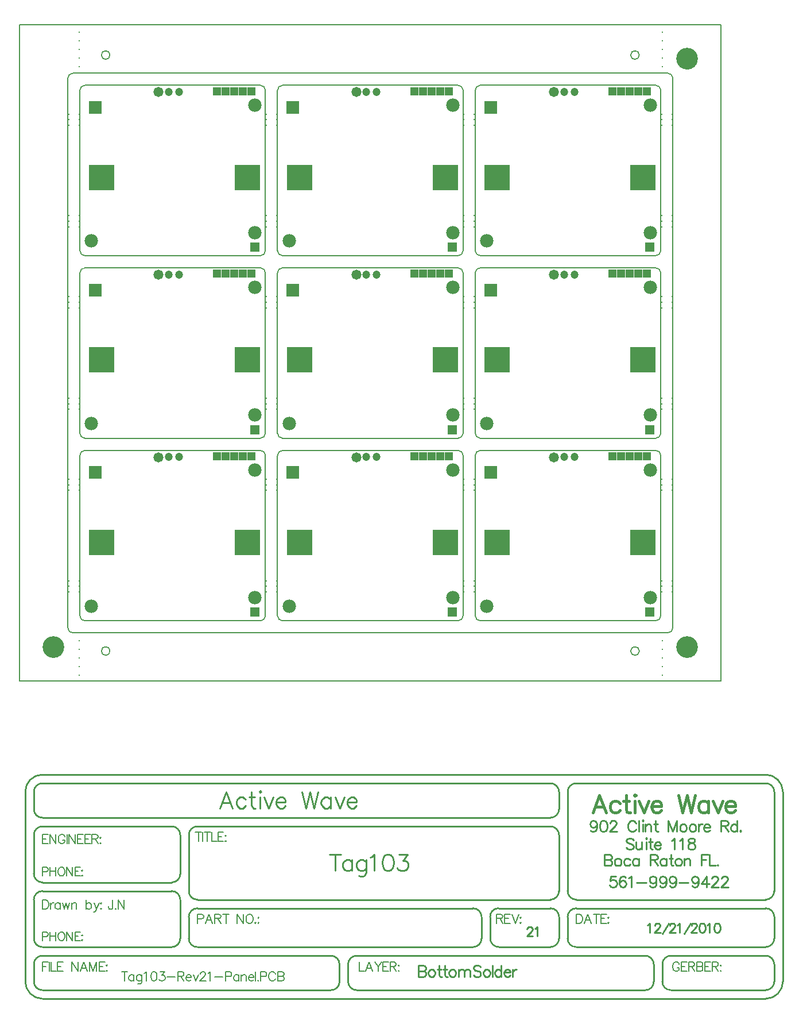
<source format=gbs>
%FSLAX24Y24*%
%MOIN*%
G70*
G01*
G75*
G04 Layer_Color=48896*
%ADD10C,0.0500*%
%ADD11C,0.0100*%
%ADD12C,0.0150*%
%ADD13R,0.0300X0.0300*%
%ADD14R,0.0740X0.0450*%
%ADD15R,0.0300X0.0300*%
%ADD16O,0.0240X0.0800*%
%ADD17R,0.0360X0.0500*%
%ADD18R,0.0360X0.0360*%
%ADD19R,0.0236X0.1000*%
%ADD20R,0.0236X0.0900*%
%ADD21R,0.0700X0.0236*%
%ADD22R,0.0900X0.0236*%
%ADD23O,0.0160X0.0600*%
%ADD24R,0.0138X0.0354*%
%ADD25R,0.0138X0.0354*%
%ADD26R,0.0236X0.0236*%
%ADD27O,0.0160X0.0600*%
%ADD28R,0.0200X0.0500*%
%ADD29R,0.0748X0.0433*%
%ADD30C,0.0120*%
%ADD31C,0.0080*%
%ADD32C,0.0250*%
%ADD33C,0.0200*%
%ADD34C,0.0120*%
%ADD35C,0.0160*%
%ADD36C,0.0140*%
%ADD37C,0.0260*%
%ADD38C,0.0060*%
%ADD39C,0.0050*%
%ADD40C,0.0090*%
%ADD41C,0.1180*%
%ADD42C,0.0700*%
%ADD43R,0.0500X0.0500*%
%ADD44R,0.0394X0.0433*%
%ADD45C,0.0650*%
%ADD46C,0.0394*%
%ADD47C,0.0200*%
%ADD48R,0.1398X0.1398*%
%ADD49C,0.0300*%
%ADD50R,0.0650X0.0650*%
%ADD51C,0.0098*%
%ADD52R,0.2730X0.0180*%
%ADD53C,0.1800*%
%ADD54R,0.0380X0.0380*%
%ADD55R,0.0820X0.0530*%
%ADD56R,0.0380X0.0380*%
%ADD57O,0.0320X0.0880*%
%ADD58R,0.0440X0.0580*%
%ADD59R,0.0440X0.0440*%
%ADD60R,0.0316X0.1080*%
%ADD61R,0.0316X0.0980*%
%ADD62R,0.0780X0.0316*%
%ADD63R,0.0980X0.0316*%
%ADD64O,0.0240X0.0680*%
%ADD65R,0.0218X0.0434*%
%ADD66R,0.0218X0.0434*%
%ADD67R,0.0316X0.0316*%
%ADD68O,0.0240X0.0680*%
%ADD69R,0.0280X0.0580*%
%ADD70R,0.0828X0.0513*%
%ADD71C,0.0080*%
%ADD72C,0.1260*%
%ADD73C,0.0780*%
%ADD74R,0.0580X0.0580*%
%ADD75R,0.0474X0.0513*%
%ADD76C,0.0730*%
%ADD77C,0.0474*%
%ADD78C,0.0580*%
%ADD79R,0.1478X0.1478*%
%ADD80R,0.0730X0.0730*%
D11*
X19000Y-20860D02*
Y-21500D01*
Y-20860D02*
X19274D01*
X19366Y-20891D01*
X19396Y-20921D01*
X19427Y-20982D01*
Y-21043D01*
X19396Y-21104D01*
X19366Y-21134D01*
X19274Y-21165D01*
X19000D02*
X19274D01*
X19366Y-21195D01*
X19396Y-21226D01*
X19427Y-21287D01*
Y-21378D01*
X19396Y-21439D01*
X19366Y-21470D01*
X19274Y-21500D01*
X19000D01*
X19722Y-21073D02*
X19661Y-21104D01*
X19600Y-21165D01*
X19570Y-21256D01*
Y-21317D01*
X19600Y-21409D01*
X19661Y-21470D01*
X19722Y-21500D01*
X19814D01*
X19874Y-21470D01*
X19935Y-21409D01*
X19966Y-21317D01*
Y-21256D01*
X19935Y-21165D01*
X19874Y-21104D01*
X19814Y-21073D01*
X19722D01*
X20197Y-20860D02*
Y-21378D01*
X20228Y-21470D01*
X20289Y-21500D01*
X20350D01*
X20106Y-21073D02*
X20319D01*
X20533Y-20860D02*
Y-21378D01*
X20563Y-21470D01*
X20624Y-21500D01*
X20685D01*
X20441Y-21073D02*
X20654D01*
X20929D02*
X20868Y-21104D01*
X20807Y-21165D01*
X20776Y-21256D01*
Y-21317D01*
X20807Y-21409D01*
X20868Y-21470D01*
X20929Y-21500D01*
X21020D01*
X21081Y-21470D01*
X21142Y-21409D01*
X21172Y-21317D01*
Y-21256D01*
X21142Y-21165D01*
X21081Y-21104D01*
X21020Y-21073D01*
X20929D01*
X21313D02*
Y-21500D01*
Y-21195D02*
X21404Y-21104D01*
X21465Y-21073D01*
X21556D01*
X21617Y-21104D01*
X21648Y-21195D01*
Y-21500D01*
Y-21195D02*
X21739Y-21104D01*
X21800Y-21073D01*
X21892D01*
X21953Y-21104D01*
X21983Y-21195D01*
Y-21500D01*
X22611Y-20952D02*
X22550Y-20891D01*
X22458Y-20860D01*
X22336D01*
X22245Y-20891D01*
X22184Y-20952D01*
Y-21012D01*
X22215Y-21073D01*
X22245Y-21104D01*
X22306Y-21134D01*
X22489Y-21195D01*
X22550Y-21226D01*
X22580Y-21256D01*
X22611Y-21317D01*
Y-21409D01*
X22550Y-21470D01*
X22458Y-21500D01*
X22336D01*
X22245Y-21470D01*
X22184Y-21409D01*
X22906Y-21073D02*
X22845Y-21104D01*
X22784Y-21165D01*
X22754Y-21256D01*
Y-21317D01*
X22784Y-21409D01*
X22845Y-21470D01*
X22906Y-21500D01*
X22998D01*
X23059Y-21470D01*
X23119Y-21409D01*
X23150Y-21317D01*
Y-21256D01*
X23119Y-21165D01*
X23059Y-21104D01*
X22998Y-21073D01*
X22906D01*
X23290Y-20860D02*
Y-21500D01*
X23790Y-20860D02*
Y-21500D01*
Y-21165D02*
X23729Y-21104D01*
X23668Y-21073D01*
X23577D01*
X23516Y-21104D01*
X23455Y-21165D01*
X23424Y-21256D01*
Y-21317D01*
X23455Y-21409D01*
X23516Y-21470D01*
X23577Y-21500D01*
X23668D01*
X23729Y-21470D01*
X23790Y-21409D01*
X23960Y-21256D02*
X24326D01*
Y-21195D01*
X24296Y-21134D01*
X24265Y-21104D01*
X24204Y-21073D01*
X24113D01*
X24052Y-21104D01*
X23991Y-21165D01*
X23960Y-21256D01*
Y-21317D01*
X23991Y-21409D01*
X24052Y-21470D01*
X24113Y-21500D01*
X24204D01*
X24265Y-21470D01*
X24326Y-21409D01*
X24463Y-21073D02*
Y-21500D01*
Y-21256D02*
X24494Y-21165D01*
X24555Y-21104D01*
X24616Y-21073D01*
X24707D01*
X14409Y-20782D02*
G03*
X13909Y-20282I-500J0D01*
G01*
X13921Y-22282D02*
G03*
X14409Y-21785I8J480D01*
G01*
X15409Y-20282D02*
G03*
X14909Y-20782I0J-500D01*
G01*
Y-21782D02*
G03*
X15400Y-22282I500J0D01*
G01*
X32659Y-20782D02*
G03*
X32159Y-20282I-500J0D01*
G01*
X32171Y-22282D02*
G03*
X32659Y-21785I8J480D01*
G01*
X33159Y-21792D02*
G03*
X33658Y-22282I490J0D01*
G01*
X33659Y-20282D02*
G03*
X33159Y-20782I0J-500D01*
G01*
X5159Y-13272D02*
G03*
X4669Y-12782I-490J0D01*
G01*
X4679Y-16032D02*
G03*
X5159Y-15552I0J480D01*
G01*
Y-17022D02*
G03*
X4652Y-16532I-490J0D01*
G01*
X5659Y-16542D02*
G03*
X6149Y-17032I490J0D01*
G01*
X5659Y-19292D02*
G03*
X6149Y-19782I490J0D01*
G01*
X4669D02*
G03*
X5159Y-19292I0J490D01*
G01*
X22659Y-18022D02*
G03*
X22169Y-17532I-490J0D01*
G01*
Y-19782D02*
G03*
X22659Y-19283I0J490D01*
G01*
X23159Y-19272D02*
G03*
X23660Y-19782I510J0D01*
G01*
X23639Y-17532D02*
G03*
X23160Y-18037I0J-480D01*
G01*
X6159Y-17532D02*
G03*
X5659Y-18032I0J-500D01*
G01*
X6159Y-12782D02*
G03*
X5659Y-13282I0J-500D01*
G01*
X-3341Y-19282D02*
G03*
X-2850Y-19782I500J0D01*
G01*
X-2841Y-16532D02*
G03*
X-3341Y-17032I0J-500D01*
G01*
Y-15532D02*
G03*
X-2841Y-16032I500J0D01*
G01*
Y-12782D02*
G03*
X-3341Y-13282I0J-500D01*
G01*
Y-11782D02*
G03*
X-2841Y-12282I500J0D01*
G01*
Y-10282D02*
G03*
X-3341Y-10782I0J-500D01*
G01*
X27159D02*
G03*
X26659Y-10282I-500J0D01*
G01*
X28159D02*
G03*
X27659Y-10782I0J-500D01*
G01*
X26659Y-12282D02*
G03*
X27159Y-11782I0J500D01*
G01*
Y-13282D02*
G03*
X26659Y-12782I-500J0D01*
G01*
X-2841Y-20282D02*
G03*
X-3341Y-20782I0J-500D01*
G01*
X26668Y-17032D02*
G03*
X27159Y-16532I-9J500D01*
G01*
X-3341Y-21782D02*
G03*
X-2850Y-22282I500J0D01*
G01*
X27159Y-18022D02*
G03*
X26669Y-17532I-490J0D01*
G01*
X27659Y-19292D02*
G03*
X28158Y-19782I490J0D01*
G01*
X26659Y-19782D02*
G03*
X27159Y-19282I0J500D01*
G01*
X39159Y-22282D02*
G03*
X39659Y-21782I0J500D01*
G01*
X39659Y-20773D02*
G03*
X39159Y-20282I-500J-9D01*
G01*
Y-19782D02*
G03*
X39659Y-19282I0J500D01*
G01*
Y-10772D02*
G03*
X39152Y-10282I-490J0D01*
G01*
X40159Y-10782D02*
G03*
X39159Y-9782I-1000J0D01*
G01*
Y-22782D02*
G03*
X40159Y-21782I0J1000D01*
G01*
X-3841Y-21772D02*
G03*
X-2848Y-22782I1010J0D01*
G01*
X-2841Y-9782D02*
G03*
X-3841Y-10782I0J-1000D01*
G01*
X27659Y-16532D02*
G03*
X28159Y-17032I500J0D01*
G01*
X39159D02*
G03*
X39659Y-16532I0J500D01*
G01*
X28159Y-17532D02*
G03*
X27659Y-18032I0J-500D01*
G01*
X39659Y-18022D02*
G03*
X39169Y-17532I-490J0D01*
G01*
X15409Y-22282D02*
X32159D01*
X-2841D02*
X13909D01*
X-2841Y-20282D02*
X13909D01*
X15409D02*
X32159D01*
X33659Y-22282D02*
X39159D01*
X33659Y-20282D02*
X39159D01*
X-2841Y-10282D02*
X26659D01*
X-2841Y-22782D02*
X39159D01*
X-2841Y-9782D02*
X39159D01*
X-2841Y-19782D02*
X4659D01*
X-2841Y-16532D02*
X4659D01*
X-2841Y-16032D02*
X4659D01*
X-2841Y-12782D02*
X4659D01*
X-2841Y-12282D02*
X26659D01*
X6159Y-12782D02*
X26659D01*
X6159Y-17532D02*
X22159D01*
X6159Y-19782D02*
X22159D01*
X23659D02*
X26659D01*
X23659Y-17532D02*
X26659D01*
X28159Y-19782D02*
X39159D01*
X28159Y-10282D02*
X39159D01*
X6159Y-17032D02*
X26659D01*
X28159D02*
X39159D01*
X28159Y-17532D02*
X39159D01*
X14409Y-21782D02*
Y-20782D01*
X14909Y-21782D02*
Y-20782D01*
X32659Y-21782D02*
Y-20782D01*
X33159Y-21782D02*
Y-20782D01*
X40159Y-21782D02*
Y-10782D01*
X-3341Y-19282D02*
Y-17032D01*
X5159Y-19282D02*
Y-17032D01*
X-3341Y-15532D02*
Y-13282D01*
X5159Y-15532D02*
Y-13282D01*
X-3341Y-11782D02*
Y-10782D01*
X27159Y-11782D02*
Y-10782D01*
Y-16532D02*
Y-13282D01*
X5659Y-16532D02*
Y-13282D01*
X22659Y-19282D02*
Y-18032D01*
X5659Y-19282D02*
Y-18032D01*
X23159Y-19282D02*
Y-18032D01*
X27159Y-19282D02*
Y-18032D01*
X39659Y-21782D02*
Y-20782D01*
X-3341Y-21782D02*
Y-20782D01*
X-3841Y-21782D02*
Y-10782D01*
X27659Y-16532D02*
Y-10782D01*
X39659Y-16532D02*
Y-10782D01*
X27659Y-19282D02*
Y-18032D01*
X39659Y-19282D02*
Y-18022D01*
X29810Y-14420D02*
Y-15060D01*
Y-14420D02*
X30084D01*
X30176Y-14451D01*
X30206Y-14481D01*
X30237Y-14542D01*
Y-14603D01*
X30206Y-14664D01*
X30176Y-14694D01*
X30084Y-14725D01*
X29810D02*
X30084D01*
X30176Y-14755D01*
X30206Y-14786D01*
X30237Y-14847D01*
Y-14938D01*
X30206Y-14999D01*
X30176Y-15030D01*
X30084Y-15060D01*
X29810D01*
X30532Y-14633D02*
X30471Y-14664D01*
X30410Y-14725D01*
X30380Y-14816D01*
Y-14877D01*
X30410Y-14969D01*
X30471Y-15030D01*
X30532Y-15060D01*
X30624D01*
X30684Y-15030D01*
X30745Y-14969D01*
X30776Y-14877D01*
Y-14816D01*
X30745Y-14725D01*
X30684Y-14664D01*
X30624Y-14633D01*
X30532D01*
X31282Y-14725D02*
X31221Y-14664D01*
X31160Y-14633D01*
X31068D01*
X31007Y-14664D01*
X30947Y-14725D01*
X30916Y-14816D01*
Y-14877D01*
X30947Y-14969D01*
X31007Y-15030D01*
X31068Y-15060D01*
X31160D01*
X31221Y-15030D01*
X31282Y-14969D01*
X31784Y-14633D02*
Y-15060D01*
Y-14725D02*
X31723Y-14664D01*
X31663Y-14633D01*
X31571D01*
X31510Y-14664D01*
X31449Y-14725D01*
X31419Y-14816D01*
Y-14877D01*
X31449Y-14969D01*
X31510Y-15030D01*
X31571Y-15060D01*
X31663D01*
X31723Y-15030D01*
X31784Y-14969D01*
X32458Y-14420D02*
Y-15060D01*
Y-14420D02*
X32732D01*
X32823Y-14451D01*
X32854Y-14481D01*
X32884Y-14542D01*
Y-14603D01*
X32854Y-14664D01*
X32823Y-14694D01*
X32732Y-14725D01*
X32458D01*
X32671D02*
X32884Y-15060D01*
X33393Y-14633D02*
Y-15060D01*
Y-14725D02*
X33332Y-14664D01*
X33271Y-14633D01*
X33180D01*
X33119Y-14664D01*
X33058Y-14725D01*
X33028Y-14816D01*
Y-14877D01*
X33058Y-14969D01*
X33119Y-15030D01*
X33180Y-15060D01*
X33271D01*
X33332Y-15030D01*
X33393Y-14969D01*
X33655Y-14420D02*
Y-14938D01*
X33686Y-15030D01*
X33747Y-15060D01*
X33808D01*
X33564Y-14633D02*
X33777D01*
X34051D02*
X33990Y-14664D01*
X33930Y-14725D01*
X33899Y-14816D01*
Y-14877D01*
X33930Y-14969D01*
X33990Y-15030D01*
X34051Y-15060D01*
X34143D01*
X34204Y-15030D01*
X34265Y-14969D01*
X34295Y-14877D01*
Y-14816D01*
X34265Y-14725D01*
X34204Y-14664D01*
X34143Y-14633D01*
X34051D01*
X34435D02*
Y-15060D01*
Y-14755D02*
X34527Y-14664D01*
X34588Y-14633D01*
X34679D01*
X34740Y-14664D01*
X34770Y-14755D01*
Y-15060D01*
X35441Y-14420D02*
Y-15060D01*
Y-14420D02*
X35837D01*
X35441Y-14725D02*
X35685D01*
X35910Y-14420D02*
Y-15060D01*
X36276D01*
X36376Y-14999D02*
X36346Y-15030D01*
X36376Y-15060D01*
X36407Y-15030D01*
X36376Y-14999D01*
X29346Y-12663D02*
X29316Y-12755D01*
X29255Y-12816D01*
X29163Y-12846D01*
X29133D01*
X29041Y-12816D01*
X28980Y-12755D01*
X28950Y-12663D01*
Y-12633D01*
X28980Y-12542D01*
X29041Y-12481D01*
X29133Y-12450D01*
X29163D01*
X29255Y-12481D01*
X29316Y-12542D01*
X29346Y-12663D01*
Y-12816D01*
X29316Y-12968D01*
X29255Y-13060D01*
X29163Y-13090D01*
X29102D01*
X29011Y-13060D01*
X28980Y-12999D01*
X29703Y-12450D02*
X29611Y-12481D01*
X29550Y-12572D01*
X29520Y-12724D01*
Y-12816D01*
X29550Y-12968D01*
X29611Y-13060D01*
X29703Y-13090D01*
X29764D01*
X29855Y-13060D01*
X29916Y-12968D01*
X29946Y-12816D01*
Y-12724D01*
X29916Y-12572D01*
X29855Y-12481D01*
X29764Y-12450D01*
X29703D01*
X30120Y-12602D02*
Y-12572D01*
X30150Y-12511D01*
X30181Y-12481D01*
X30242Y-12450D01*
X30364D01*
X30425Y-12481D01*
X30455Y-12511D01*
X30486Y-12572D01*
Y-12633D01*
X30455Y-12694D01*
X30394Y-12785D01*
X30090Y-13090D01*
X30516D01*
X31619Y-12602D02*
X31589Y-12542D01*
X31528Y-12481D01*
X31467Y-12450D01*
X31345D01*
X31284Y-12481D01*
X31223Y-12542D01*
X31193Y-12602D01*
X31162Y-12694D01*
Y-12846D01*
X31193Y-12938D01*
X31223Y-12999D01*
X31284Y-13060D01*
X31345Y-13090D01*
X31467D01*
X31528Y-13060D01*
X31589Y-12999D01*
X31619Y-12938D01*
X31799Y-12450D02*
Y-13090D01*
X31994Y-12450D02*
X32024Y-12481D01*
X32055Y-12450D01*
X32024Y-12420D01*
X31994Y-12450D01*
X32024Y-12663D02*
Y-13090D01*
X32168Y-12663D02*
Y-13090D01*
Y-12785D02*
X32259Y-12694D01*
X32320Y-12663D01*
X32411D01*
X32472Y-12694D01*
X32503Y-12785D01*
Y-13090D01*
X32762Y-12450D02*
Y-12968D01*
X32792Y-13060D01*
X32853Y-13090D01*
X32914D01*
X32670Y-12663D02*
X32884D01*
X33508Y-12450D02*
Y-13090D01*
Y-12450D02*
X33752Y-13090D01*
X33996Y-12450D02*
X33752Y-13090D01*
X33996Y-12450D02*
Y-13090D01*
X34331Y-12663D02*
X34270Y-12694D01*
X34209Y-12755D01*
X34179Y-12846D01*
Y-12907D01*
X34209Y-12999D01*
X34270Y-13060D01*
X34331Y-13090D01*
X34422D01*
X34483Y-13060D01*
X34544Y-12999D01*
X34575Y-12907D01*
Y-12846D01*
X34544Y-12755D01*
X34483Y-12694D01*
X34422Y-12663D01*
X34331D01*
X34867D02*
X34806Y-12694D01*
X34745Y-12755D01*
X34715Y-12846D01*
Y-12907D01*
X34745Y-12999D01*
X34806Y-13060D01*
X34867Y-13090D01*
X34959D01*
X35020Y-13060D01*
X35080Y-12999D01*
X35111Y-12907D01*
Y-12846D01*
X35080Y-12755D01*
X35020Y-12694D01*
X34959Y-12663D01*
X34867D01*
X35251D02*
Y-13090D01*
Y-12846D02*
X35282Y-12755D01*
X35343Y-12694D01*
X35403Y-12663D01*
X35495D01*
X35553Y-12846D02*
X35918D01*
Y-12785D01*
X35888Y-12724D01*
X35857Y-12694D01*
X35797Y-12663D01*
X35705D01*
X35644Y-12694D01*
X35583Y-12755D01*
X35553Y-12846D01*
Y-12907D01*
X35583Y-12999D01*
X35644Y-13060D01*
X35705Y-13090D01*
X35797D01*
X35857Y-13060D01*
X35918Y-12999D01*
X36558Y-12450D02*
Y-13090D01*
Y-12450D02*
X36832D01*
X36924Y-12481D01*
X36954Y-12511D01*
X36985Y-12572D01*
Y-12633D01*
X36954Y-12694D01*
X36924Y-12724D01*
X36832Y-12755D01*
X36558D01*
X36772D02*
X36985Y-13090D01*
X37494Y-12450D02*
Y-13090D01*
Y-12755D02*
X37433Y-12694D01*
X37372Y-12663D01*
X37280D01*
X37219Y-12694D01*
X37159Y-12755D01*
X37128Y-12846D01*
Y-12907D01*
X37159Y-12999D01*
X37219Y-13060D01*
X37280Y-13090D01*
X37372D01*
X37433Y-13060D01*
X37494Y-12999D01*
X37695Y-13029D02*
X37664Y-13060D01*
X37695Y-13090D01*
X37725Y-13060D01*
X37695Y-13029D01*
X30466Y-15670D02*
X30161D01*
X30130Y-15944D01*
X30161Y-15914D01*
X30252Y-15883D01*
X30344D01*
X30435Y-15914D01*
X30496Y-15975D01*
X30527Y-16066D01*
Y-16127D01*
X30496Y-16219D01*
X30435Y-16280D01*
X30344Y-16310D01*
X30252D01*
X30161Y-16280D01*
X30130Y-16249D01*
X30100Y-16188D01*
X31035Y-15762D02*
X31005Y-15701D01*
X30914Y-15670D01*
X30853D01*
X30761Y-15701D01*
X30700Y-15792D01*
X30670Y-15944D01*
Y-16097D01*
X30700Y-16219D01*
X30761Y-16280D01*
X30853Y-16310D01*
X30883D01*
X30974Y-16280D01*
X31035Y-16219D01*
X31066Y-16127D01*
Y-16097D01*
X31035Y-16005D01*
X30974Y-15944D01*
X30883Y-15914D01*
X30853D01*
X30761Y-15944D01*
X30700Y-16005D01*
X30670Y-16097D01*
X31206Y-15792D02*
X31267Y-15762D01*
X31358Y-15670D01*
Y-16310D01*
X31675Y-16036D02*
X32224D01*
X32809Y-15883D02*
X32778Y-15975D01*
X32717Y-16036D01*
X32626Y-16066D01*
X32595D01*
X32504Y-16036D01*
X32443Y-15975D01*
X32413Y-15883D01*
Y-15853D01*
X32443Y-15762D01*
X32504Y-15701D01*
X32595Y-15670D01*
X32626D01*
X32717Y-15701D01*
X32778Y-15762D01*
X32809Y-15883D01*
Y-16036D01*
X32778Y-16188D01*
X32717Y-16280D01*
X32626Y-16310D01*
X32565D01*
X32474Y-16280D01*
X32443Y-16219D01*
X33379Y-15883D02*
X33348Y-15975D01*
X33287Y-16036D01*
X33196Y-16066D01*
X33165D01*
X33074Y-16036D01*
X33013Y-15975D01*
X32982Y-15883D01*
Y-15853D01*
X33013Y-15762D01*
X33074Y-15701D01*
X33165Y-15670D01*
X33196D01*
X33287Y-15701D01*
X33348Y-15762D01*
X33379Y-15883D01*
Y-16036D01*
X33348Y-16188D01*
X33287Y-16280D01*
X33196Y-16310D01*
X33135D01*
X33043Y-16280D01*
X33013Y-16219D01*
X33948Y-15883D02*
X33918Y-15975D01*
X33857Y-16036D01*
X33765Y-16066D01*
X33735D01*
X33644Y-16036D01*
X33583Y-15975D01*
X33552Y-15883D01*
Y-15853D01*
X33583Y-15762D01*
X33644Y-15701D01*
X33735Y-15670D01*
X33765D01*
X33857Y-15701D01*
X33918Y-15762D01*
X33948Y-15883D01*
Y-16036D01*
X33918Y-16188D01*
X33857Y-16280D01*
X33765Y-16310D01*
X33705D01*
X33613Y-16280D01*
X33583Y-16219D01*
X34122Y-16036D02*
X34670D01*
X35255Y-15883D02*
X35225Y-15975D01*
X35164Y-16036D01*
X35073Y-16066D01*
X35042D01*
X34951Y-16036D01*
X34890Y-15975D01*
X34859Y-15883D01*
Y-15853D01*
X34890Y-15762D01*
X34951Y-15701D01*
X35042Y-15670D01*
X35073D01*
X35164Y-15701D01*
X35225Y-15762D01*
X35255Y-15883D01*
Y-16036D01*
X35225Y-16188D01*
X35164Y-16280D01*
X35073Y-16310D01*
X35012D01*
X34920Y-16280D01*
X34890Y-16219D01*
X35734Y-15670D02*
X35429Y-16097D01*
X35886D01*
X35734Y-15670D02*
Y-16310D01*
X36029Y-15822D02*
Y-15792D01*
X36060Y-15731D01*
X36090Y-15701D01*
X36151Y-15670D01*
X36273D01*
X36334Y-15701D01*
X36365Y-15731D01*
X36395Y-15792D01*
Y-15853D01*
X36365Y-15914D01*
X36304Y-16005D01*
X35999Y-16310D01*
X36425D01*
X36599Y-15822D02*
Y-15792D01*
X36630Y-15731D01*
X36660Y-15701D01*
X36721Y-15670D01*
X36843D01*
X36904Y-15701D01*
X36934Y-15731D01*
X36965Y-15792D01*
Y-15853D01*
X36934Y-15914D01*
X36873Y-16005D01*
X36569Y-16310D01*
X36995D01*
X31487Y-13572D02*
X31426Y-13511D01*
X31334Y-13480D01*
X31212D01*
X31121Y-13511D01*
X31060Y-13572D01*
Y-13632D01*
X31090Y-13693D01*
X31121Y-13724D01*
X31182Y-13754D01*
X31365Y-13815D01*
X31426Y-13846D01*
X31456Y-13876D01*
X31487Y-13937D01*
Y-14029D01*
X31426Y-14090D01*
X31334Y-14120D01*
X31212D01*
X31121Y-14090D01*
X31060Y-14029D01*
X31630Y-13693D02*
Y-13998D01*
X31660Y-14090D01*
X31721Y-14120D01*
X31813D01*
X31874Y-14090D01*
X31965Y-13998D01*
Y-13693D02*
Y-14120D01*
X32193Y-13480D02*
X32224Y-13511D01*
X32254Y-13480D01*
X32224Y-13450D01*
X32193Y-13480D01*
X32224Y-13693D02*
Y-14120D01*
X32459Y-13480D02*
Y-13998D01*
X32489Y-14090D01*
X32550Y-14120D01*
X32611D01*
X32367Y-13693D02*
X32580D01*
X32702Y-13876D02*
X33068D01*
Y-13815D01*
X33037Y-13754D01*
X33007Y-13724D01*
X32946Y-13693D01*
X32855D01*
X32794Y-13724D01*
X32733Y-13785D01*
X32702Y-13876D01*
Y-13937D01*
X32733Y-14029D01*
X32794Y-14090D01*
X32855Y-14120D01*
X32946D01*
X33007Y-14090D01*
X33068Y-14029D01*
X33708Y-13602D02*
X33769Y-13572D01*
X33860Y-13480D01*
Y-14120D01*
X34177Y-13602D02*
X34238Y-13572D01*
X34329Y-13480D01*
Y-14120D01*
X34799Y-13480D02*
X34707Y-13511D01*
X34677Y-13572D01*
Y-13632D01*
X34707Y-13693D01*
X34768Y-13724D01*
X34890Y-13754D01*
X34981Y-13785D01*
X35042Y-13846D01*
X35073Y-13907D01*
Y-13998D01*
X35042Y-14059D01*
X35012Y-14090D01*
X34920Y-14120D01*
X34799D01*
X34707Y-14090D01*
X34677Y-14059D01*
X34646Y-13998D01*
Y-13907D01*
X34677Y-13846D01*
X34738Y-13785D01*
X34829Y-13754D01*
X34951Y-13724D01*
X35012Y-13693D01*
X35042Y-13632D01*
Y-13572D01*
X35012Y-13511D01*
X34920Y-13480D01*
X34799D01*
D12*
X29892Y-11980D02*
X29511Y-10980D01*
X29130Y-11980D01*
X29273Y-11647D02*
X29749D01*
X30696Y-11456D02*
X30601Y-11361D01*
X30506Y-11313D01*
X30363D01*
X30268Y-11361D01*
X30173Y-11456D01*
X30125Y-11599D01*
Y-11694D01*
X30173Y-11837D01*
X30268Y-11932D01*
X30363Y-11980D01*
X30506D01*
X30601Y-11932D01*
X30696Y-11837D01*
X31053Y-10980D02*
Y-11790D01*
X31101Y-11932D01*
X31196Y-11980D01*
X31291D01*
X30911Y-11313D02*
X31244D01*
X31529Y-10980D02*
X31577Y-11028D01*
X31625Y-10980D01*
X31577Y-10933D01*
X31529Y-10980D01*
X31577Y-11313D02*
Y-11980D01*
X31801Y-11313D02*
X32087Y-11980D01*
X32372Y-11313D02*
X32087Y-11980D01*
X32534Y-11599D02*
X33105D01*
Y-11504D01*
X33058Y-11409D01*
X33010Y-11361D01*
X32915Y-11313D01*
X32772D01*
X32677Y-11361D01*
X32582Y-11456D01*
X32534Y-11599D01*
Y-11694D01*
X32582Y-11837D01*
X32677Y-11932D01*
X32772Y-11980D01*
X32915D01*
X33010Y-11932D01*
X33105Y-11837D01*
X34105Y-10980D02*
X34343Y-11980D01*
X34581Y-10980D02*
X34343Y-11980D01*
X34581Y-10980D02*
X34819Y-11980D01*
X35057Y-10980D02*
X34819Y-11980D01*
X35829Y-11313D02*
Y-11980D01*
Y-11456D02*
X35733Y-11361D01*
X35638Y-11313D01*
X35495D01*
X35400Y-11361D01*
X35305Y-11456D01*
X35257Y-11599D01*
Y-11694D01*
X35305Y-11837D01*
X35400Y-11932D01*
X35495Y-11980D01*
X35638D01*
X35733Y-11932D01*
X35829Y-11837D01*
X36095Y-11313D02*
X36381Y-11980D01*
X36666Y-11313D02*
X36381Y-11980D01*
X36828Y-11599D02*
X37400D01*
Y-11504D01*
X37352Y-11409D01*
X37304Y-11361D01*
X37209Y-11313D01*
X37066D01*
X36971Y-11361D01*
X36876Y-11456D01*
X36828Y-11599D01*
Y-11694D01*
X36876Y-11837D01*
X36971Y-11932D01*
X37066Y-11980D01*
X37209D01*
X37304Y-11932D01*
X37400Y-11837D01*
D31*
X-370Y9030D02*
G03*
X-670Y8730I0J-300D01*
G01*
X10110D02*
G03*
X9810Y9030I-300J0D01*
G01*
Y-860D02*
G03*
X10110Y-560I0J300D01*
G01*
X-670D02*
G03*
X-370Y-860I300J0D01*
G01*
X-670Y-560D02*
Y8730D01*
X-370Y9030D02*
X9810D01*
X10110Y-560D02*
Y8730D01*
X-370Y-860D02*
X9810D01*
X11110Y9030D02*
G03*
X10810Y8730I0J-300D01*
G01*
X21590D02*
G03*
X21290Y9030I-300J0D01*
G01*
Y-860D02*
G03*
X21590Y-560I0J300D01*
G01*
X10810D02*
G03*
X11110Y-860I300J0D01*
G01*
X10810Y-560D02*
Y8730D01*
X11110Y9030D02*
X21290D01*
X21590Y-560D02*
Y8730D01*
X11110Y-860D02*
X21290D01*
X22590Y9030D02*
G03*
X22290Y8730I0J-300D01*
G01*
X33070D02*
G03*
X32770Y9030I-300J0D01*
G01*
Y-860D02*
G03*
X33070Y-560I0J300D01*
G01*
X22290D02*
G03*
X22590Y-860I300J0D01*
G01*
X22290Y-560D02*
Y8730D01*
X22590Y9030D02*
X32770D01*
X33070Y-560D02*
Y8730D01*
X22590Y-860D02*
X32770D01*
X-370Y19620D02*
G03*
X-670Y19320I0J-300D01*
G01*
X10110D02*
G03*
X9810Y19620I-300J0D01*
G01*
Y9730D02*
G03*
X10110Y10030I0J300D01*
G01*
X-670D02*
G03*
X-370Y9730I300J0D01*
G01*
X-670Y10030D02*
Y19320D01*
X-370Y19620D02*
X9810D01*
X10110Y10030D02*
Y19320D01*
X-370Y9730D02*
X9810D01*
X11110Y19620D02*
G03*
X10810Y19320I0J-300D01*
G01*
X21590D02*
G03*
X21290Y19620I-300J0D01*
G01*
Y9730D02*
G03*
X21590Y10030I0J300D01*
G01*
X10810D02*
G03*
X11110Y9730I300J0D01*
G01*
X10810Y10030D02*
Y19320D01*
X11110Y19620D02*
X21290D01*
X21590Y10030D02*
Y19320D01*
X11110Y9730D02*
X21290D01*
X22590Y19620D02*
G03*
X22290Y19320I0J-300D01*
G01*
X33070D02*
G03*
X32770Y19620I-300J0D01*
G01*
Y9730D02*
G03*
X33070Y10030I0J300D01*
G01*
X22290D02*
G03*
X22590Y9730I300J0D01*
G01*
X22290Y10030D02*
Y19320D01*
X22590Y19620D02*
X32770D01*
X33070Y10030D02*
Y19320D01*
X22590Y9730D02*
X32770D01*
X-370Y30210D02*
G03*
X-670Y29910I0J-300D01*
G01*
X10110D02*
G03*
X9810Y30210I-300J0D01*
G01*
Y20320D02*
G03*
X10110Y20620I0J300D01*
G01*
X-670D02*
G03*
X-370Y20320I300J0D01*
G01*
X-670Y20620D02*
Y29910D01*
X-370Y30210D02*
X9810D01*
X10110Y20620D02*
Y29910D01*
X-370Y20320D02*
X9810D01*
X11110Y30210D02*
G03*
X10810Y29910I0J-300D01*
G01*
X21590D02*
G03*
X21290Y30210I-300J0D01*
G01*
Y20320D02*
G03*
X21590Y20620I0J300D01*
G01*
X10810D02*
G03*
X11110Y20320I300J0D01*
G01*
X10810Y20620D02*
Y29910D01*
X11110Y30210D02*
X21290D01*
X21590Y20620D02*
Y29910D01*
X11110Y20320D02*
X21290D01*
X22590Y30210D02*
G03*
X22290Y29910I0J-300D01*
G01*
X33070D02*
G03*
X32770Y30210I-300J0D01*
G01*
Y20320D02*
G03*
X33070Y20620I0J300D01*
G01*
X22290D02*
G03*
X22590Y20320I300J0D01*
G01*
X22290Y20620D02*
Y29910D01*
X22590Y30210D02*
X32770D01*
X33070Y20620D02*
Y29910D01*
X22590Y20320D02*
X32770D01*
X1243Y-17059D02*
Y-17465D01*
X1217Y-17542D01*
X1192Y-17567D01*
X1141Y-17592D01*
X1090D01*
X1040Y-17567D01*
X1014Y-17542D01*
X989Y-17465D01*
Y-17415D01*
X1405Y-17542D02*
X1380Y-17567D01*
X1405Y-17592D01*
X1431Y-17567D01*
X1405Y-17542D01*
X1547Y-17059D02*
Y-17592D01*
Y-17059D02*
X1903Y-17592D01*
Y-17059D02*
Y-17592D01*
D39*
X11110Y9030D02*
G03*
X10810Y8730I0J-300D01*
G01*
X10110D02*
G03*
X9810Y9030I-300J0D01*
G01*
Y9730D02*
G03*
X10110Y10030I0J300D01*
G01*
X10810D02*
G03*
X11110Y9730I300J0D01*
G01*
X21590Y8730D02*
G03*
X21290Y9030I-300J0D01*
G01*
X22590D02*
G03*
X22290Y8730I0J-300D01*
G01*
Y10030D02*
G03*
X22590Y9730I300J0D01*
G01*
X21290D02*
G03*
X21590Y10030I0J300D01*
G01*
X33070Y8730D02*
G03*
X32770Y9030I-300J0D01*
G01*
Y9730D02*
G03*
X33070Y10030I0J300D01*
G01*
X33470Y-1560D02*
G03*
X33770Y-1260I0J300D01*
G01*
X32770Y-860D02*
G03*
X33070Y-560I0J300D01*
G01*
X22290D02*
G03*
X22590Y-860I300J0D01*
G01*
X21290D02*
G03*
X21590Y-560I0J300D01*
G01*
X10810D02*
G03*
X11110Y-860I300J0D01*
G01*
X9810D02*
G03*
X10110Y-560I0J300D01*
G01*
X-1370Y-1260D02*
G03*
X-1070Y-1560I300J0D01*
G01*
X-670Y-560D02*
G03*
X-370Y-860I300J0D01*
G01*
Y9030D02*
G03*
X-670Y8730I0J-300D01*
G01*
Y10030D02*
G03*
X-370Y9730I300J0D01*
G01*
Y19620D02*
G03*
X-670Y19320I0J-300D01*
G01*
Y20620D02*
G03*
X-370Y20320I300J0D01*
G01*
X22590Y30210D02*
G03*
X22290Y29910I0J-300D01*
G01*
X21590D02*
G03*
X21290Y30210I-300J0D01*
G01*
X33070Y29910D02*
G03*
X32770Y30210I-300J0D01*
G01*
X33770Y30610D02*
G03*
X33470Y30910I-300J0D01*
G01*
X33070Y19320D02*
G03*
X32770Y19620I-300J0D01*
G01*
Y20320D02*
G03*
X33070Y20620I0J300D01*
G01*
X22590Y19620D02*
G03*
X22290Y19320I0J-300D01*
G01*
X21590D02*
G03*
X21290Y19620I-300J0D01*
G01*
Y20320D02*
G03*
X21590Y20620I0J300D01*
G01*
X22290D02*
G03*
X22590Y20320I300J0D01*
G01*
X10110Y19320D02*
G03*
X9810Y19620I-300J0D01*
G01*
X11110D02*
G03*
X10810Y19320I0J-300D01*
G01*
Y20620D02*
G03*
X11110Y20320I300J0D01*
G01*
X9810D02*
G03*
X10110Y20620I0J300D01*
G01*
X11110Y30210D02*
G03*
X10810Y29910I0J-300D01*
G01*
X10110D02*
G03*
X9810Y30210I-300J0D01*
G01*
X-370D02*
G03*
X-670Y29910I0J-300D01*
G01*
X-1070Y30910D02*
G03*
X-1370Y30610I0J-300D01*
G01*
X97Y0D02*
G03*
X97Y0I-97J0D01*
G01*
X31820Y-2610D02*
G03*
X31820Y-2610I-250J0D01*
G01*
X1080D02*
G03*
X1080Y-2610I-250J0D01*
G01*
X31820Y31960D02*
G03*
X31820Y31960I-250J0D01*
G01*
X1080D02*
G03*
X1080Y31960I-250J0D01*
G01*
X35190Y31740D02*
G03*
X35190Y31740I-590J0D01*
G01*
Y-2390D02*
G03*
X35190Y-2390I-590J0D01*
G01*
X-1610D02*
G03*
X-1610Y-2390I-590J0D01*
G01*
X-370Y9030D02*
X9810D01*
X-670Y-560D02*
Y8730D01*
X-370Y9730D02*
X9810D01*
X22590Y-860D02*
X32770D01*
X11110D02*
X21290D01*
X10810Y-560D02*
Y8730D01*
X11110Y9030D02*
X21290D01*
X10110Y-560D02*
Y8730D01*
X11110Y9730D02*
X21290D01*
X22590Y9030D02*
X32770D01*
X21590Y-560D02*
Y8730D01*
X22590Y9730D02*
X32770D01*
X22290Y-560D02*
Y8730D01*
X33070Y10030D02*
Y19320D01*
Y20620D02*
Y29910D01*
X22290Y10030D02*
Y19320D01*
X22590Y19620D02*
X32770D01*
X22590Y20320D02*
X32770D01*
X21590Y10030D02*
Y19320D01*
X10110Y10030D02*
Y19320D01*
X11110Y19620D02*
X21290D01*
X10810Y10030D02*
Y19320D01*
X11110Y30210D02*
X21290D01*
X22290Y20620D02*
Y29910D01*
X21590Y20620D02*
Y29910D01*
X10810Y20620D02*
Y29910D01*
X10110Y20620D02*
Y29910D01*
X-370Y19620D02*
X9810D01*
X-670Y10030D02*
Y19320D01*
X-370Y20320D02*
X9810D01*
X11110D02*
X21290D01*
X-370Y30210D02*
X9810D01*
X33770Y-1260D02*
Y30610D01*
X-1370Y-1260D02*
Y30610D01*
X-1070Y-1560D02*
X33470D01*
X-1070Y30910D02*
X33470D01*
X33070Y-560D02*
Y8730D01*
X22590Y30210D02*
X32770D01*
X-370Y-860D02*
X9810D01*
X-670Y20620D02*
Y29910D01*
X-4170Y-4360D02*
Y33710D01*
X36570D01*
Y-4360D02*
Y33710D01*
X-4170Y-4360D02*
X36570D01*
X34140Y-20776D02*
X34115Y-20725D01*
X34064Y-20674D01*
X34013Y-20649D01*
X33912D01*
X33861Y-20674D01*
X33810Y-20725D01*
X33785Y-20776D01*
X33759Y-20852D01*
Y-20979D01*
X33785Y-21055D01*
X33810Y-21106D01*
X33861Y-21156D01*
X33912Y-21182D01*
X34013D01*
X34064Y-21156D01*
X34115Y-21106D01*
X34140Y-21055D01*
Y-20979D01*
X34013D02*
X34140D01*
X34592Y-20649D02*
X34262D01*
Y-21182D01*
X34592D01*
X34262Y-20902D02*
X34465D01*
X34681Y-20649D02*
Y-21182D01*
Y-20649D02*
X34909D01*
X34986Y-20674D01*
X35011Y-20699D01*
X35036Y-20750D01*
Y-20801D01*
X35011Y-20852D01*
X34986Y-20877D01*
X34909Y-20902D01*
X34681D01*
X34859D02*
X35036Y-21182D01*
X35156Y-20649D02*
Y-21182D01*
Y-20649D02*
X35384D01*
X35460Y-20674D01*
X35486Y-20699D01*
X35511Y-20750D01*
Y-20801D01*
X35486Y-20852D01*
X35460Y-20877D01*
X35384Y-20902D01*
X35156D02*
X35384D01*
X35460Y-20928D01*
X35486Y-20953D01*
X35511Y-21004D01*
Y-21080D01*
X35486Y-21131D01*
X35460Y-21156D01*
X35384Y-21182D01*
X35156D01*
X35961Y-20649D02*
X35631D01*
Y-21182D01*
X35961D01*
X35631Y-20902D02*
X35834D01*
X36050Y-20649D02*
Y-21182D01*
Y-20649D02*
X36278D01*
X36354Y-20674D01*
X36380Y-20699D01*
X36405Y-20750D01*
Y-20801D01*
X36380Y-20852D01*
X36354Y-20877D01*
X36278Y-20902D01*
X36050D01*
X36227D02*
X36405Y-21182D01*
X36550Y-20826D02*
X36524Y-20852D01*
X36550Y-20877D01*
X36575Y-20852D01*
X36550Y-20826D01*
Y-21131D02*
X36524Y-21156D01*
X36550Y-21182D01*
X36575Y-21156D01*
X36550Y-21131D01*
X-2841Y-20649D02*
Y-21182D01*
Y-20649D02*
X-2511D01*
X-2841Y-20902D02*
X-2638D01*
X-2450Y-20649D02*
Y-21182D01*
X-2338Y-20649D02*
Y-21182D01*
X-2033D01*
X-1645Y-20649D02*
X-1975D01*
Y-21182D01*
X-1645D01*
X-1975Y-20902D02*
X-1772D01*
X-1137Y-20649D02*
Y-21182D01*
Y-20649D02*
X-782Y-21182D01*
Y-20649D02*
Y-21182D01*
X-228D02*
X-431Y-20649D01*
X-634Y-21182D01*
X-558Y-21004D02*
X-304D01*
X-104Y-20649D02*
Y-21182D01*
Y-20649D02*
X100Y-21182D01*
X303Y-20649D02*
X100Y-21182D01*
X303Y-20649D02*
Y-21182D01*
X785Y-20649D02*
X455D01*
Y-21182D01*
X785D01*
X455Y-20902D02*
X658D01*
X899Y-20826D02*
X874Y-20852D01*
X899Y-20877D01*
X925Y-20852D01*
X899Y-20826D01*
Y-21131D02*
X874Y-21156D01*
X899Y-21182D01*
X925Y-21156D01*
X899Y-21131D01*
X-2841Y-17049D02*
Y-17582D01*
Y-17049D02*
X-2663D01*
X-2587Y-17074D01*
X-2536Y-17125D01*
X-2511Y-17176D01*
X-2485Y-17252D01*
Y-17379D01*
X-2511Y-17455D01*
X-2536Y-17506D01*
X-2587Y-17556D01*
X-2663Y-17582D01*
X-2841D01*
X-2366Y-17226D02*
Y-17582D01*
Y-17379D02*
X-2341Y-17302D01*
X-2290Y-17252D01*
X-2239Y-17226D01*
X-2163D01*
X-1810D02*
Y-17582D01*
Y-17302D02*
X-1861Y-17252D01*
X-1911Y-17226D01*
X-1988D01*
X-2038Y-17252D01*
X-2089Y-17302D01*
X-2115Y-17379D01*
Y-17429D01*
X-2089Y-17506D01*
X-2038Y-17556D01*
X-1988Y-17582D01*
X-1911D01*
X-1861Y-17556D01*
X-1810Y-17506D01*
X-1668Y-17226D02*
X-1566Y-17582D01*
X-1465Y-17226D02*
X-1566Y-17582D01*
X-1465Y-17226D02*
X-1363Y-17582D01*
X-1261Y-17226D02*
X-1363Y-17582D01*
X-1137Y-17226D02*
Y-17582D01*
Y-17328D02*
X-1061Y-17252D01*
X-1010Y-17226D01*
X-934D01*
X-883Y-17252D01*
X-858Y-17328D01*
Y-17582D01*
X-299Y-17049D02*
Y-17582D01*
Y-17302D02*
X-248Y-17252D01*
X-198Y-17226D01*
X-121D01*
X-71Y-17252D01*
X-20Y-17302D01*
X6Y-17379D01*
Y-17429D01*
X-20Y-17506D01*
X-71Y-17556D01*
X-121Y-17582D01*
X-198D01*
X-248Y-17556D01*
X-299Y-17506D01*
X145Y-17226D02*
X298Y-17582D01*
X450Y-17226D02*
X298Y-17582D01*
X247Y-17683D01*
X196Y-17734D01*
X145Y-17760D01*
X120D01*
X564Y-17226D02*
X539Y-17252D01*
X564Y-17277D01*
X590Y-17252D01*
X564Y-17226D01*
Y-17531D02*
X539Y-17556D01*
X564Y-17582D01*
X590Y-17556D01*
X564Y-17531D01*
X6212Y-13124D02*
Y-13657D01*
X6034Y-13124D02*
X6390D01*
X6453D02*
Y-13657D01*
X6743Y-13124D02*
Y-13657D01*
X6565Y-13124D02*
X6920D01*
X6984D02*
Y-13657D01*
X7289D01*
X7677Y-13124D02*
X7347D01*
Y-13657D01*
X7677D01*
X7347Y-13377D02*
X7550D01*
X7791Y-13301D02*
X7766Y-13327D01*
X7791Y-13352D01*
X7817Y-13327D01*
X7791Y-13301D01*
Y-13606D02*
X7766Y-13631D01*
X7791Y-13657D01*
X7817Y-13631D01*
X7791Y-13606D01*
X6159Y-18153D02*
X6388D01*
X6464Y-18127D01*
X6489Y-18102D01*
X6515Y-18051D01*
Y-17975D01*
X6489Y-17924D01*
X6464Y-17899D01*
X6388Y-17874D01*
X6159D01*
Y-18407D01*
X7040D02*
X6837Y-17874D01*
X6634Y-18407D01*
X6710Y-18229D02*
X6964D01*
X7165Y-17874D02*
Y-18407D01*
Y-17874D02*
X7393D01*
X7469Y-17899D01*
X7495Y-17924D01*
X7520Y-17975D01*
Y-18026D01*
X7495Y-18077D01*
X7469Y-18102D01*
X7393Y-18127D01*
X7165D01*
X7342D02*
X7520Y-18407D01*
X7817Y-17874D02*
Y-18407D01*
X7640Y-17874D02*
X7995D01*
X8477D02*
Y-18407D01*
Y-17874D02*
X8833Y-18407D01*
Y-17874D02*
Y-18407D01*
X9133Y-17874D02*
X9082Y-17899D01*
X9031Y-17950D01*
X9006Y-18001D01*
X8980Y-18077D01*
Y-18204D01*
X9006Y-18280D01*
X9031Y-18331D01*
X9082Y-18381D01*
X9133Y-18407D01*
X9234D01*
X9285Y-18381D01*
X9336Y-18331D01*
X9361Y-18280D01*
X9386Y-18204D01*
Y-18077D01*
X9361Y-18001D01*
X9336Y-17950D01*
X9285Y-17899D01*
X9234Y-17874D01*
X9133D01*
X9536Y-18356D02*
X9511Y-18381D01*
X9536Y-18407D01*
X9562Y-18381D01*
X9536Y-18356D01*
X9704Y-18051D02*
X9678Y-18077D01*
X9704Y-18102D01*
X9729Y-18077D01*
X9704Y-18051D01*
Y-18356D02*
X9678Y-18381D01*
X9704Y-18407D01*
X9729Y-18381D01*
X9704Y-18356D01*
X-2511Y-13249D02*
X-2841D01*
Y-13782D01*
X-2511D01*
X-2841Y-13502D02*
X-2638D01*
X-2422Y-13249D02*
Y-13782D01*
Y-13249D02*
X-2066Y-13782D01*
Y-13249D02*
Y-13782D01*
X-1538Y-13376D02*
X-1564Y-13325D01*
X-1614Y-13274D01*
X-1665Y-13249D01*
X-1767D01*
X-1818Y-13274D01*
X-1868Y-13325D01*
X-1894Y-13376D01*
X-1919Y-13452D01*
Y-13579D01*
X-1894Y-13655D01*
X-1868Y-13706D01*
X-1818Y-13756D01*
X-1767Y-13782D01*
X-1665D01*
X-1614Y-13756D01*
X-1564Y-13706D01*
X-1538Y-13655D01*
Y-13579D01*
X-1665D02*
X-1538D01*
X-1416Y-13249D02*
Y-13782D01*
X-1305Y-13249D02*
Y-13782D01*
Y-13249D02*
X-949Y-13782D01*
Y-13249D02*
Y-13782D01*
X-472Y-13249D02*
X-802D01*
Y-13782D01*
X-472D01*
X-802Y-13502D02*
X-599D01*
X-53Y-13249D02*
X-383D01*
Y-13782D01*
X-53D01*
X-383Y-13502D02*
X-180D01*
X36Y-13249D02*
Y-13782D01*
Y-13249D02*
X265D01*
X341Y-13274D01*
X366Y-13299D01*
X392Y-13350D01*
Y-13401D01*
X366Y-13452D01*
X341Y-13477D01*
X265Y-13502D01*
X36D01*
X214D02*
X392Y-13782D01*
X536Y-13426D02*
X511Y-13452D01*
X536Y-13477D01*
X562Y-13452D01*
X536Y-13426D01*
Y-13731D02*
X511Y-13756D01*
X536Y-13782D01*
X562Y-13756D01*
X536Y-13731D01*
X15559Y-20649D02*
Y-21182D01*
X15864D01*
X16329D02*
X16125Y-20649D01*
X15922Y-21182D01*
X15998Y-21004D02*
X16252D01*
X16453Y-20649D02*
X16656Y-20902D01*
Y-21182D01*
X16859Y-20649D02*
X16656Y-20902D01*
X17258Y-20649D02*
X16928D01*
Y-21182D01*
X17258D01*
X16928Y-20902D02*
X17131D01*
X17347Y-20649D02*
Y-21182D01*
Y-20649D02*
X17575D01*
X17651Y-20674D01*
X17677Y-20699D01*
X17702Y-20750D01*
Y-20801D01*
X17677Y-20852D01*
X17651Y-20877D01*
X17575Y-20902D01*
X17347D01*
X17524D02*
X17702Y-21182D01*
X17847Y-20826D02*
X17822Y-20852D01*
X17847Y-20877D01*
X17872Y-20852D01*
X17847Y-20826D01*
Y-21131D02*
X17822Y-21156D01*
X17847Y-21182D01*
X17872Y-21156D01*
X17847Y-21131D01*
X-2841Y-19169D02*
X-2627D01*
X-2555Y-19145D01*
X-2531Y-19121D01*
X-2508Y-19074D01*
Y-19002D01*
X-2531Y-18954D01*
X-2555Y-18931D01*
X-2627Y-18907D01*
X-2841D01*
Y-19407D01*
X-2396Y-18907D02*
Y-19407D01*
X-2062Y-18907D02*
Y-19407D01*
X-2396Y-19145D02*
X-2062D01*
X-1781Y-18907D02*
X-1829Y-18931D01*
X-1877Y-18978D01*
X-1901Y-19026D01*
X-1924Y-19097D01*
Y-19216D01*
X-1901Y-19288D01*
X-1877Y-19335D01*
X-1829Y-19383D01*
X-1781Y-19407D01*
X-1686D01*
X-1639Y-19383D01*
X-1591Y-19335D01*
X-1567Y-19288D01*
X-1543Y-19216D01*
Y-19097D01*
X-1567Y-19026D01*
X-1591Y-18978D01*
X-1639Y-18931D01*
X-1686Y-18907D01*
X-1781D01*
X-1427D02*
Y-19407D01*
Y-18907D02*
X-1094Y-19407D01*
Y-18907D02*
Y-19407D01*
X-646Y-18907D02*
X-955D01*
Y-19407D01*
X-646D01*
X-955Y-19145D02*
X-765D01*
X-539Y-19074D02*
X-563Y-19097D01*
X-539Y-19121D01*
X-515Y-19097D01*
X-539Y-19074D01*
Y-19359D02*
X-563Y-19383D01*
X-539Y-19407D01*
X-515Y-19383D01*
X-539Y-19359D01*
X-2841Y-15419D02*
X-2627D01*
X-2555Y-15395D01*
X-2531Y-15371D01*
X-2508Y-15324D01*
Y-15252D01*
X-2531Y-15204D01*
X-2555Y-15181D01*
X-2627Y-15157D01*
X-2841D01*
Y-15657D01*
X-2396Y-15157D02*
Y-15657D01*
X-2062Y-15157D02*
Y-15657D01*
X-2396Y-15395D02*
X-2062D01*
X-1781Y-15157D02*
X-1829Y-15181D01*
X-1877Y-15228D01*
X-1901Y-15276D01*
X-1924Y-15347D01*
Y-15466D01*
X-1901Y-15538D01*
X-1877Y-15585D01*
X-1829Y-15633D01*
X-1781Y-15657D01*
X-1686D01*
X-1639Y-15633D01*
X-1591Y-15585D01*
X-1567Y-15538D01*
X-1543Y-15466D01*
Y-15347D01*
X-1567Y-15276D01*
X-1591Y-15228D01*
X-1639Y-15181D01*
X-1686Y-15157D01*
X-1781D01*
X-1427D02*
Y-15657D01*
Y-15157D02*
X-1094Y-15657D01*
Y-15157D02*
Y-15657D01*
X-646Y-15157D02*
X-955D01*
Y-15657D01*
X-646D01*
X-955Y-15395D02*
X-765D01*
X-539Y-15324D02*
X-563Y-15347D01*
X-539Y-15371D01*
X-515Y-15347D01*
X-539Y-15324D01*
Y-15609D02*
X-563Y-15633D01*
X-539Y-15657D01*
X-515Y-15633D01*
X-539Y-15609D01*
X23534Y-17874D02*
Y-18407D01*
Y-17874D02*
X23763D01*
X23839Y-17899D01*
X23864Y-17924D01*
X23890Y-17975D01*
Y-18026D01*
X23864Y-18077D01*
X23839Y-18102D01*
X23763Y-18127D01*
X23534D01*
X23712D02*
X23890Y-18407D01*
X24339Y-17874D02*
X24009D01*
Y-18407D01*
X24339D01*
X24009Y-18127D02*
X24212D01*
X24428Y-17874D02*
X24631Y-18407D01*
X24834Y-17874D02*
X24631Y-18407D01*
X24928Y-18051D02*
X24903Y-18077D01*
X24928Y-18102D01*
X24954Y-18077D01*
X24928Y-18051D01*
Y-18356D02*
X24903Y-18381D01*
X24928Y-18407D01*
X24954Y-18381D01*
X24928Y-18356D01*
X28159Y-17874D02*
Y-18407D01*
Y-17874D02*
X28337D01*
X28413Y-17899D01*
X28464Y-17950D01*
X28489Y-18001D01*
X28515Y-18077D01*
Y-18204D01*
X28489Y-18280D01*
X28464Y-18331D01*
X28413Y-18381D01*
X28337Y-18407D01*
X28159D01*
X29040D02*
X28837Y-17874D01*
X28634Y-18407D01*
X28710Y-18229D02*
X28964D01*
X29342Y-17874D02*
Y-18407D01*
X29165Y-17874D02*
X29520D01*
X29914D02*
X29584D01*
Y-18407D01*
X29914D01*
X29584Y-18127D02*
X29787D01*
X30028Y-18051D02*
X30003Y-18077D01*
X30028Y-18102D01*
X30053Y-18077D01*
X30028Y-18051D01*
Y-18356D02*
X30003Y-18381D01*
X30028Y-18407D01*
X30053Y-18381D01*
X30028Y-18356D01*
X1928Y-21217D02*
Y-21750D01*
X1750Y-21217D02*
X2105D01*
X2474Y-21395D02*
Y-21750D01*
Y-21471D02*
X2423Y-21420D01*
X2372Y-21395D01*
X2296D01*
X2245Y-21420D01*
X2194Y-21471D01*
X2169Y-21547D01*
Y-21598D01*
X2194Y-21674D01*
X2245Y-21725D01*
X2296Y-21750D01*
X2372D01*
X2423Y-21725D01*
X2474Y-21674D01*
X2921Y-21395D02*
Y-21801D01*
X2895Y-21877D01*
X2870Y-21902D01*
X2819Y-21928D01*
X2743D01*
X2692Y-21902D01*
X2921Y-21471D02*
X2870Y-21420D01*
X2819Y-21395D01*
X2743D01*
X2692Y-21420D01*
X2641Y-21471D01*
X2616Y-21547D01*
Y-21598D01*
X2641Y-21674D01*
X2692Y-21725D01*
X2743Y-21750D01*
X2819D01*
X2870Y-21725D01*
X2921Y-21674D01*
X3063Y-21318D02*
X3114Y-21293D01*
X3190Y-21217D01*
Y-21750D01*
X3606Y-21217D02*
X3530Y-21242D01*
X3479Y-21318D01*
X3454Y-21445D01*
Y-21521D01*
X3479Y-21648D01*
X3530Y-21725D01*
X3606Y-21750D01*
X3657D01*
X3733Y-21725D01*
X3784Y-21648D01*
X3809Y-21521D01*
Y-21445D01*
X3784Y-21318D01*
X3733Y-21242D01*
X3657Y-21217D01*
X3606D01*
X3979D02*
X4259D01*
X4106Y-21420D01*
X4183D01*
X4233Y-21445D01*
X4259Y-21471D01*
X4284Y-21547D01*
Y-21598D01*
X4259Y-21674D01*
X4208Y-21725D01*
X4132Y-21750D01*
X4056D01*
X3979Y-21725D01*
X3954Y-21699D01*
X3929Y-21648D01*
X4403Y-21521D02*
X4860D01*
X5018Y-21217D02*
Y-21750D01*
Y-21217D02*
X5246D01*
X5323Y-21242D01*
X5348Y-21268D01*
X5373Y-21318D01*
Y-21369D01*
X5348Y-21420D01*
X5323Y-21445D01*
X5246Y-21471D01*
X5018D01*
X5196D02*
X5373Y-21750D01*
X5493Y-21547D02*
X5797D01*
Y-21496D01*
X5772Y-21445D01*
X5747Y-21420D01*
X5696Y-21395D01*
X5620D01*
X5569Y-21420D01*
X5518Y-21471D01*
X5493Y-21547D01*
Y-21598D01*
X5518Y-21674D01*
X5569Y-21725D01*
X5620Y-21750D01*
X5696D01*
X5747Y-21725D01*
X5797Y-21674D01*
X5912Y-21395D02*
X6064Y-21750D01*
X6216Y-21395D02*
X6064Y-21750D01*
X6328Y-21344D02*
Y-21318D01*
X6353Y-21268D01*
X6379Y-21242D01*
X6430Y-21217D01*
X6531D01*
X6582Y-21242D01*
X6607Y-21268D01*
X6633Y-21318D01*
Y-21369D01*
X6607Y-21420D01*
X6557Y-21496D01*
X6303Y-21750D01*
X6658D01*
X6778Y-21318D02*
X6828Y-21293D01*
X6904Y-21217D01*
Y-21750D01*
X7169Y-21521D02*
X7626D01*
X7783Y-21496D02*
X8012D01*
X8088Y-21471D01*
X8113Y-21445D01*
X8138Y-21395D01*
Y-21318D01*
X8113Y-21268D01*
X8088Y-21242D01*
X8012Y-21217D01*
X7783D01*
Y-21750D01*
X8563Y-21395D02*
Y-21750D01*
Y-21471D02*
X8512Y-21420D01*
X8461Y-21395D01*
X8385D01*
X8334Y-21420D01*
X8283Y-21471D01*
X8258Y-21547D01*
Y-21598D01*
X8283Y-21674D01*
X8334Y-21725D01*
X8385Y-21750D01*
X8461D01*
X8512Y-21725D01*
X8563Y-21674D01*
X8705Y-21395D02*
Y-21750D01*
Y-21496D02*
X8781Y-21420D01*
X8832Y-21395D01*
X8908D01*
X8959Y-21420D01*
X8984Y-21496D01*
Y-21750D01*
X9124Y-21547D02*
X9428D01*
Y-21496D01*
X9403Y-21445D01*
X9378Y-21420D01*
X9327Y-21395D01*
X9251D01*
X9200Y-21420D01*
X9149Y-21471D01*
X9124Y-21547D01*
Y-21598D01*
X9149Y-21674D01*
X9200Y-21725D01*
X9251Y-21750D01*
X9327D01*
X9378Y-21725D01*
X9428Y-21674D01*
X9543Y-21217D02*
Y-21750D01*
X9680Y-21699D02*
X9654Y-21725D01*
X9680Y-21750D01*
X9705Y-21725D01*
X9680Y-21699D01*
X9822Y-21496D02*
X10050D01*
X10127Y-21471D01*
X10152Y-21445D01*
X10177Y-21395D01*
Y-21318D01*
X10152Y-21268D01*
X10127Y-21242D01*
X10050Y-21217D01*
X9822D01*
Y-21750D01*
X10678Y-21344D02*
X10652Y-21293D01*
X10601Y-21242D01*
X10551Y-21217D01*
X10449D01*
X10398Y-21242D01*
X10348Y-21293D01*
X10322Y-21344D01*
X10297Y-21420D01*
Y-21547D01*
X10322Y-21623D01*
X10348Y-21674D01*
X10398Y-21725D01*
X10449Y-21750D01*
X10551D01*
X10601Y-21725D01*
X10652Y-21674D01*
X10678Y-21623D01*
X10827Y-21217D02*
Y-21750D01*
Y-21217D02*
X11056D01*
X11132Y-21242D01*
X11158Y-21268D01*
X11183Y-21318D01*
Y-21369D01*
X11158Y-21420D01*
X11132Y-21445D01*
X11056Y-21471D01*
X10827D02*
X11056D01*
X11132Y-21496D01*
X11158Y-21521D01*
X11183Y-21572D01*
Y-21648D01*
X11158Y-21699D01*
X11132Y-21725D01*
X11056Y-21750D01*
X10827D01*
D40*
X14160Y-14400D02*
Y-15360D01*
X13840Y-14400D02*
X14480D01*
X15143Y-14720D02*
Y-15360D01*
Y-14857D02*
X15051Y-14766D01*
X14960Y-14720D01*
X14823D01*
X14731Y-14766D01*
X14640Y-14857D01*
X14594Y-14994D01*
Y-15086D01*
X14640Y-15223D01*
X14731Y-15314D01*
X14823Y-15360D01*
X14960D01*
X15051Y-15314D01*
X15143Y-15223D01*
X15947Y-14720D02*
Y-15451D01*
X15901Y-15589D01*
X15856Y-15634D01*
X15764Y-15680D01*
X15627D01*
X15536Y-15634D01*
X15947Y-14857D02*
X15856Y-14766D01*
X15764Y-14720D01*
X15627D01*
X15536Y-14766D01*
X15444Y-14857D01*
X15399Y-14994D01*
Y-15086D01*
X15444Y-15223D01*
X15536Y-15314D01*
X15627Y-15360D01*
X15764D01*
X15856Y-15314D01*
X15947Y-15223D01*
X16203Y-14583D02*
X16294Y-14537D01*
X16431Y-14400D01*
Y-15360D01*
X17181Y-14400D02*
X17044Y-14446D01*
X16952Y-14583D01*
X16907Y-14812D01*
Y-14949D01*
X16952Y-15177D01*
X17044Y-15314D01*
X17181Y-15360D01*
X17272D01*
X17410Y-15314D01*
X17501Y-15177D01*
X17547Y-14949D01*
Y-14812D01*
X17501Y-14583D01*
X17410Y-14446D01*
X17272Y-14400D01*
X17181D01*
X17853D02*
X18356D01*
X18081Y-14766D01*
X18218D01*
X18310Y-14812D01*
X18356Y-14857D01*
X18401Y-14994D01*
Y-15086D01*
X18356Y-15223D01*
X18264Y-15314D01*
X18127Y-15360D01*
X17990D01*
X17853Y-15314D01*
X17807Y-15269D01*
X17761Y-15177D01*
X8190Y-11732D02*
X7825Y-10772D01*
X7459Y-11732D01*
X7596Y-11412D02*
X8053D01*
X8963Y-11229D02*
X8871Y-11138D01*
X8780Y-11092D01*
X8643D01*
X8552Y-11138D01*
X8460Y-11229D01*
X8414Y-11366D01*
Y-11458D01*
X8460Y-11595D01*
X8552Y-11686D01*
X8643Y-11732D01*
X8780D01*
X8871Y-11686D01*
X8963Y-11595D01*
X9306Y-10772D02*
Y-11549D01*
X9351Y-11686D01*
X9443Y-11732D01*
X9534D01*
X9169Y-11092D02*
X9488D01*
X9763Y-10772D02*
X9808Y-10818D01*
X9854Y-10772D01*
X9808Y-10726D01*
X9763Y-10772D01*
X9808Y-11092D02*
Y-11732D01*
X10023Y-11092D02*
X10297Y-11732D01*
X10572Y-11092D02*
X10297Y-11732D01*
X10727Y-11366D02*
X11276D01*
Y-11275D01*
X11230Y-11183D01*
X11184Y-11138D01*
X11093Y-11092D01*
X10956D01*
X10864Y-11138D01*
X10773Y-11229D01*
X10727Y-11366D01*
Y-11458D01*
X10773Y-11595D01*
X10864Y-11686D01*
X10956Y-11732D01*
X11093D01*
X11184Y-11686D01*
X11276Y-11595D01*
X12235Y-10772D02*
X12464Y-11732D01*
X12692Y-10772D02*
X12464Y-11732D01*
X12692Y-10772D02*
X12921Y-11732D01*
X13149Y-10772D02*
X12921Y-11732D01*
X13890Y-11092D02*
Y-11732D01*
Y-11229D02*
X13798Y-11138D01*
X13707Y-11092D01*
X13570D01*
X13478Y-11138D01*
X13387Y-11229D01*
X13341Y-11366D01*
Y-11458D01*
X13387Y-11595D01*
X13478Y-11686D01*
X13570Y-11732D01*
X13707D01*
X13798Y-11686D01*
X13890Y-11595D01*
X14146Y-11092D02*
X14420Y-11732D01*
X14694Y-11092D02*
X14420Y-11732D01*
X14850Y-11366D02*
X15398D01*
Y-11275D01*
X15352Y-11183D01*
X15307Y-11138D01*
X15215Y-11092D01*
X15078D01*
X14987Y-11138D01*
X14895Y-11229D01*
X14850Y-11366D01*
Y-11458D01*
X14895Y-11595D01*
X14987Y-11686D01*
X15078Y-11732D01*
X15215D01*
X15307Y-11686D01*
X15398Y-11595D01*
X25310Y-18750D02*
Y-18725D01*
X25335Y-18674D01*
X25360Y-18649D01*
X25411Y-18624D01*
X25513D01*
X25563Y-18649D01*
X25589Y-18674D01*
X25614Y-18725D01*
Y-18776D01*
X25589Y-18827D01*
X25538Y-18903D01*
X25284Y-19157D01*
X25640D01*
X25759Y-18725D02*
X25810Y-18700D01*
X25886Y-18624D01*
Y-19157D01*
X32307Y-18505D02*
X32358Y-18479D01*
X32434Y-18403D01*
Y-18936D01*
X32723Y-18530D02*
Y-18505D01*
X32749Y-18454D01*
X32774Y-18429D01*
X32825Y-18403D01*
X32926D01*
X32977Y-18429D01*
X33003Y-18454D01*
X33028Y-18505D01*
Y-18555D01*
X33003Y-18606D01*
X32952Y-18682D01*
X32698Y-18936D01*
X33053D01*
X33173Y-19013D02*
X33528Y-18403D01*
X33589Y-18530D02*
Y-18505D01*
X33615Y-18454D01*
X33640Y-18429D01*
X33691Y-18403D01*
X33792D01*
X33843Y-18429D01*
X33869Y-18454D01*
X33894Y-18505D01*
Y-18555D01*
X33869Y-18606D01*
X33818Y-18682D01*
X33564Y-18936D01*
X33919D01*
X34039Y-18505D02*
X34089Y-18479D01*
X34166Y-18403D01*
Y-18936D01*
X34430Y-19013D02*
X34785Y-18403D01*
X34846Y-18530D02*
Y-18505D01*
X34871Y-18454D01*
X34897Y-18429D01*
X34948Y-18403D01*
X35049D01*
X35100Y-18429D01*
X35125Y-18454D01*
X35151Y-18505D01*
Y-18555D01*
X35125Y-18606D01*
X35075Y-18682D01*
X34821Y-18936D01*
X35176D01*
X35448Y-18403D02*
X35372Y-18429D01*
X35321Y-18505D01*
X35296Y-18632D01*
Y-18708D01*
X35321Y-18835D01*
X35372Y-18911D01*
X35448Y-18936D01*
X35499D01*
X35575Y-18911D01*
X35626Y-18835D01*
X35651Y-18708D01*
Y-18632D01*
X35626Y-18505D01*
X35575Y-18429D01*
X35499Y-18403D01*
X35448D01*
X35770Y-18505D02*
X35821Y-18479D01*
X35897Y-18403D01*
Y-18936D01*
X36314Y-18403D02*
X36238Y-18429D01*
X36187Y-18505D01*
X36161Y-18632D01*
Y-18708D01*
X36187Y-18835D01*
X36238Y-18911D01*
X36314Y-18936D01*
X36365D01*
X36441Y-18911D01*
X36491Y-18835D01*
X36517Y-18708D01*
Y-18632D01*
X36491Y-18505D01*
X36441Y-18429D01*
X36365Y-18403D01*
X36314D01*
D71*
X-1320Y28530D02*
D03*
Y28210D02*
D03*
Y27890D02*
D03*
X-720Y28530D02*
D03*
Y28210D02*
D03*
Y27890D02*
D03*
X-1320Y17940D02*
D03*
Y17620D02*
D03*
Y17300D02*
D03*
X-720Y17940D02*
D03*
Y17620D02*
D03*
Y17300D02*
D03*
X10160Y28530D02*
D03*
Y28210D02*
D03*
Y27890D02*
D03*
X10760Y28530D02*
D03*
Y28210D02*
D03*
Y27890D02*
D03*
X10160Y17940D02*
D03*
Y17620D02*
D03*
Y17300D02*
D03*
X10760Y17940D02*
D03*
Y17620D02*
D03*
Y17300D02*
D03*
X33120Y28530D02*
D03*
Y28210D02*
D03*
Y27890D02*
D03*
X33720Y28530D02*
D03*
Y28210D02*
D03*
Y27890D02*
D03*
X33120Y17940D02*
D03*
Y17620D02*
D03*
Y17300D02*
D03*
X33720Y17940D02*
D03*
Y17620D02*
D03*
Y17300D02*
D03*
X33120Y7350D02*
D03*
Y7030D02*
D03*
Y6710D02*
D03*
X33720Y7350D02*
D03*
Y7030D02*
D03*
Y6710D02*
D03*
X21640Y28530D02*
D03*
Y28210D02*
D03*
Y27890D02*
D03*
X22240Y28530D02*
D03*
Y28210D02*
D03*
Y27890D02*
D03*
X21640Y17940D02*
D03*
Y17620D02*
D03*
Y17300D02*
D03*
X22240Y17940D02*
D03*
Y17620D02*
D03*
Y17300D02*
D03*
X21640Y7350D02*
D03*
Y7030D02*
D03*
Y6710D02*
D03*
X22240Y7350D02*
D03*
Y7030D02*
D03*
Y6710D02*
D03*
X10160Y7350D02*
D03*
Y7030D02*
D03*
Y6710D02*
D03*
X10760Y7350D02*
D03*
Y7030D02*
D03*
Y6710D02*
D03*
X-1320Y7350D02*
D03*
Y7030D02*
D03*
Y6710D02*
D03*
X-720Y7350D02*
D03*
Y7030D02*
D03*
Y6710D02*
D03*
X-1320Y22640D02*
D03*
Y22320D02*
D03*
Y22000D02*
D03*
X-720Y22640D02*
D03*
Y22320D02*
D03*
Y22000D02*
D03*
X-1320Y12050D02*
D03*
Y11730D02*
D03*
Y11410D02*
D03*
X-720Y12050D02*
D03*
Y11730D02*
D03*
Y11410D02*
D03*
X10160Y22640D02*
D03*
Y22320D02*
D03*
Y22000D02*
D03*
X10760Y22640D02*
D03*
Y22320D02*
D03*
Y22000D02*
D03*
X10160Y12050D02*
D03*
Y11730D02*
D03*
Y11410D02*
D03*
X10760Y12050D02*
D03*
Y11730D02*
D03*
Y11410D02*
D03*
X33120Y22640D02*
D03*
Y22320D02*
D03*
Y22000D02*
D03*
X33720Y22640D02*
D03*
Y22320D02*
D03*
Y22000D02*
D03*
X33120Y12050D02*
D03*
Y11730D02*
D03*
Y11410D02*
D03*
X33720Y12050D02*
D03*
Y11730D02*
D03*
Y11410D02*
D03*
X33120Y1460D02*
D03*
Y1140D02*
D03*
Y820D02*
D03*
X33720Y1460D02*
D03*
Y1140D02*
D03*
Y820D02*
D03*
X21640Y22640D02*
D03*
Y22320D02*
D03*
Y22000D02*
D03*
X22240Y22640D02*
D03*
Y22320D02*
D03*
Y22000D02*
D03*
X21640Y12050D02*
D03*
Y11730D02*
D03*
Y11410D02*
D03*
X22240Y12050D02*
D03*
Y11730D02*
D03*
Y11410D02*
D03*
X21640Y1460D02*
D03*
Y1140D02*
D03*
Y820D02*
D03*
X22240Y1460D02*
D03*
Y1140D02*
D03*
Y820D02*
D03*
X10160Y1460D02*
D03*
Y1140D02*
D03*
Y820D02*
D03*
X10760Y1460D02*
D03*
Y1140D02*
D03*
Y820D02*
D03*
X-1320Y1460D02*
D03*
Y1140D02*
D03*
Y820D02*
D03*
X-720Y1460D02*
D03*
Y1140D02*
D03*
Y820D02*
D03*
X33150Y-2000D02*
D03*
Y-2500D02*
D03*
Y-3000D02*
D03*
Y-3500D02*
D03*
Y-4000D02*
D03*
Y31280D02*
D03*
Y31780D02*
D03*
Y32280D02*
D03*
Y32780D02*
D03*
Y33280D02*
D03*
X-700D02*
D03*
Y32780D02*
D03*
Y32280D02*
D03*
Y31780D02*
D03*
Y31280D02*
D03*
Y-4000D02*
D03*
Y-3500D02*
D03*
Y-3000D02*
D03*
Y-2500D02*
D03*
Y-2000D02*
D03*
D72*
X-2200Y-2390D02*
D03*
X34600D02*
D03*
Y31740D02*
D03*
D73*
X9500Y7890D02*
D03*
Y490D02*
D03*
X0Y0D02*
D03*
X20980Y7890D02*
D03*
Y490D02*
D03*
X11480Y0D02*
D03*
X32460Y7890D02*
D03*
Y490D02*
D03*
X22960Y0D02*
D03*
X9500Y18480D02*
D03*
Y11080D02*
D03*
X0Y10590D02*
D03*
X20980Y18480D02*
D03*
Y11080D02*
D03*
X11480Y10590D02*
D03*
X32460Y18480D02*
D03*
Y11080D02*
D03*
X22960Y10590D02*
D03*
X9500Y29070D02*
D03*
Y21670D02*
D03*
X0Y21180D02*
D03*
X20980Y29070D02*
D03*
Y21670D02*
D03*
X11480Y21180D02*
D03*
X32460Y29070D02*
D03*
Y21670D02*
D03*
X22960Y21180D02*
D03*
D74*
X9480Y-360D02*
D03*
X20960D02*
D03*
X32440D02*
D03*
X9480Y10230D02*
D03*
X20960D02*
D03*
X32440D02*
D03*
X9480Y20820D02*
D03*
X20960D02*
D03*
X32440D02*
D03*
D75*
X9290Y8690D02*
D03*
X8790D02*
D03*
X8290D02*
D03*
X7790D02*
D03*
X7290D02*
D03*
X20770D02*
D03*
X20270D02*
D03*
X19770D02*
D03*
X19270D02*
D03*
X18770D02*
D03*
X32250D02*
D03*
X31750D02*
D03*
X31250D02*
D03*
X30750D02*
D03*
X30250D02*
D03*
X9290Y19280D02*
D03*
X8790D02*
D03*
X8290D02*
D03*
X7790D02*
D03*
X7290D02*
D03*
X20770D02*
D03*
X20270D02*
D03*
X19770D02*
D03*
X19270D02*
D03*
X18770D02*
D03*
X32250D02*
D03*
X31750D02*
D03*
X31250D02*
D03*
X30750D02*
D03*
X30250D02*
D03*
X9290Y29870D02*
D03*
X8790D02*
D03*
X8290D02*
D03*
X7790D02*
D03*
X7290D02*
D03*
X20770D02*
D03*
X20270D02*
D03*
X19770D02*
D03*
X19270D02*
D03*
X18770D02*
D03*
X32250D02*
D03*
X31750D02*
D03*
X31250D02*
D03*
X30750D02*
D03*
X30250D02*
D03*
D77*
X4490Y8640D02*
D03*
X5090D02*
D03*
X15970D02*
D03*
X16570D02*
D03*
X27450D02*
D03*
X28050D02*
D03*
X4490Y19230D02*
D03*
X5090D02*
D03*
X15970D02*
D03*
X16570D02*
D03*
X27450D02*
D03*
X28050D02*
D03*
X4490Y29820D02*
D03*
X5090D02*
D03*
X15970D02*
D03*
X16570D02*
D03*
X27450D02*
D03*
X28050D02*
D03*
D78*
X3910Y8630D02*
D03*
X15390D02*
D03*
X26870D02*
D03*
X3910Y19220D02*
D03*
X15390D02*
D03*
X26870D02*
D03*
X3910Y29810D02*
D03*
X15390D02*
D03*
X26870D02*
D03*
D79*
X609Y3690D02*
D03*
X9074D02*
D03*
X12089D02*
D03*
X20554D02*
D03*
X23569D02*
D03*
X32034D02*
D03*
X609Y14280D02*
D03*
X9074D02*
D03*
X12089D02*
D03*
X20554D02*
D03*
X23569D02*
D03*
X32034D02*
D03*
X609Y24870D02*
D03*
X9074D02*
D03*
X12089D02*
D03*
X20554D02*
D03*
X23569D02*
D03*
X32034D02*
D03*
D80*
X220Y7740D02*
D03*
X11700D02*
D03*
X23180D02*
D03*
X220Y18330D02*
D03*
X11700D02*
D03*
X23180D02*
D03*
X220Y28920D02*
D03*
X11700D02*
D03*
X23180D02*
D03*
M02*

</source>
